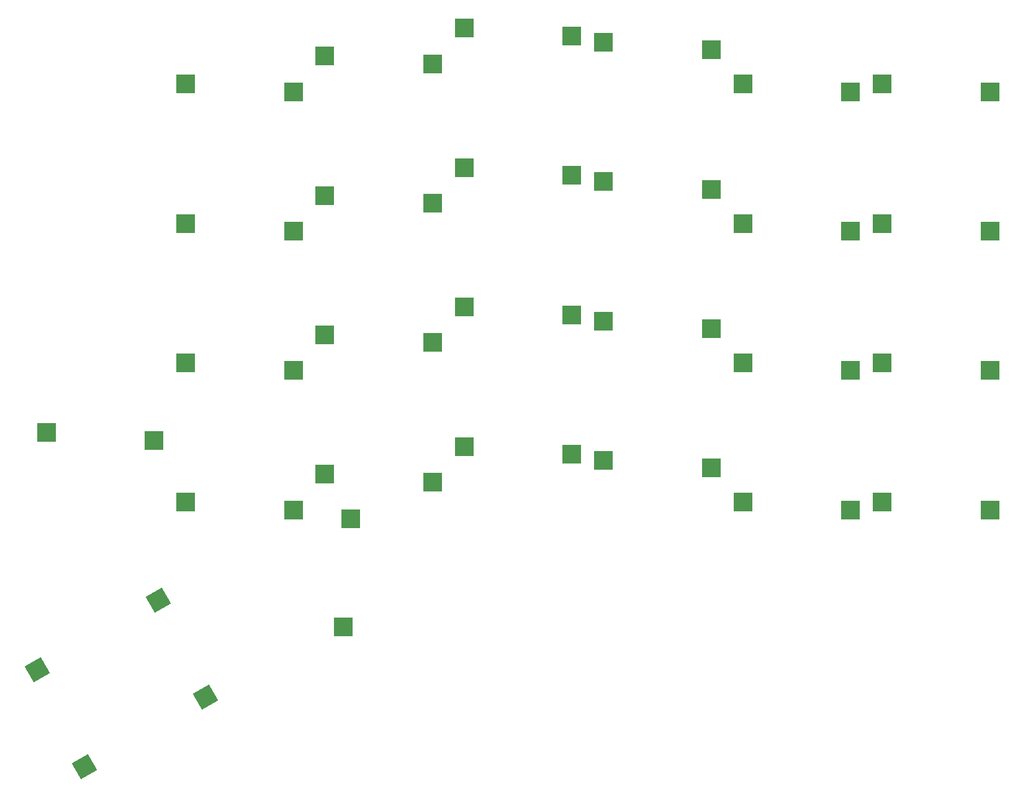
<source format=gbp>
%TF.GenerationSoftware,KiCad,Pcbnew,8.0.1*%
%TF.CreationDate,2024-04-28T15:39:47+00:00*%
%TF.ProjectId,split_kb,73706c69-745f-46b6-922e-6b696361645f,rev?*%
%TF.SameCoordinates,Original*%
%TF.FileFunction,Paste,Bot*%
%TF.FilePolarity,Positive*%
%FSLAX46Y46*%
G04 Gerber Fmt 4.6, Leading zero omitted, Abs format (unit mm)*
G04 Created by KiCad (PCBNEW 8.0.1) date 2024-04-28 15:39:47*
%MOMM*%
%LPD*%
G01*
G04 APERTURE LIST*
G04 Aperture macros list*
%AMRotRect*
0 Rectangle, with rotation*
0 The origin of the aperture is its center*
0 $1 length*
0 $2 width*
0 $3 Rotation angle, in degrees counterclockwise*
0 Add horizontal line*
21,1,$1,$2,0,0,$3*%
G04 Aperture macros list end*
%ADD10R,2.500000X2.550000*%
%ADD11R,2.550000X2.500000*%
%ADD12RotRect,2.500000X2.550000X300.000000*%
G04 APERTURE END LIST*
D10*
%TO.C,SW_front_23*%
X215000000Y-118700000D03*
X229700000Y-119750000D03*
%TD*%
%TO.C,SW_front_16*%
X215000000Y-99700000D03*
X229700000Y-100750000D03*
%TD*%
%TO.C,SW_front_7*%
X120000000Y-61700000D03*
X134700000Y-62750000D03*
%TD*%
%TO.C,SW_front_9*%
X215000000Y-80700000D03*
X229700000Y-81750000D03*
%TD*%
%TO.C,SW_front_25*%
X177000000Y-113000000D03*
X191700000Y-114050000D03*
%TD*%
%TO.C,SW_front_14*%
X120000000Y-80700000D03*
X134700000Y-81750000D03*
%TD*%
%TO.C,SW_front_11*%
X177000000Y-75000000D03*
X191700000Y-76050000D03*
%TD*%
%TO.C,SW_front_19*%
X158000000Y-92100000D03*
X172700000Y-93150000D03*
%TD*%
%TO.C,SW_front_2*%
X215000000Y-61700000D03*
X229700000Y-62750000D03*
%TD*%
%TO.C,SW_front_13*%
X139000000Y-76900000D03*
X153700000Y-77950000D03*
%TD*%
%TO.C,SW_front_20*%
X139000000Y-95900000D03*
X153700000Y-96950000D03*
%TD*%
%TO.C,SW_front_27*%
X139000000Y-114900000D03*
X153700000Y-115950000D03*
%TD*%
%TO.C,SW_front_3*%
X196000000Y-61700000D03*
X210700000Y-62750000D03*
%TD*%
%TO.C,SW_front_5*%
X158000000Y-54100000D03*
X172700000Y-55150000D03*
%TD*%
%TO.C,SW_front_10*%
X196000000Y-80700000D03*
X210700000Y-81750000D03*
%TD*%
%TO.C,SW_front_4*%
X177000000Y-56000000D03*
X191700000Y-57050000D03*
%TD*%
%TO.C,SW_front_17*%
X196000000Y-99700000D03*
X210700000Y-100750000D03*
%TD*%
D11*
%TO.C,SW_front_22*%
X142550000Y-120950000D03*
X141500000Y-135650000D03*
%TD*%
D10*
%TO.C,SW_front_21*%
X120000000Y-99700000D03*
X134700000Y-100750000D03*
%TD*%
%TO.C,SW_front_1*%
X101000000Y-109200000D03*
X115700000Y-110250000D03*
%TD*%
%TO.C,SW_front_18*%
X177000000Y-94000000D03*
X191700000Y-95050000D03*
%TD*%
%TO.C,SW_front_26*%
X158000000Y-111100000D03*
X172700000Y-112150000D03*
%TD*%
%TO.C,SW_front_28*%
X120000000Y-118700000D03*
X134700000Y-119750000D03*
%TD*%
%TO.C,SW_front_24*%
X196000000Y-118700000D03*
X210700000Y-119750000D03*
%TD*%
%TO.C,SW_front_12*%
X158000000Y-73100000D03*
X172700000Y-74150000D03*
%TD*%
D12*
%TO.C,SW_front_8*%
X99800199Y-141505290D03*
X106240872Y-154760864D03*
%TD*%
%TO.C,SW_front_15*%
X116254681Y-132005290D03*
X122695354Y-145260864D03*
%TD*%
D10*
%TO.C,SW_front_6*%
X139000000Y-57900000D03*
X153700000Y-58950000D03*
%TD*%
M02*

</source>
